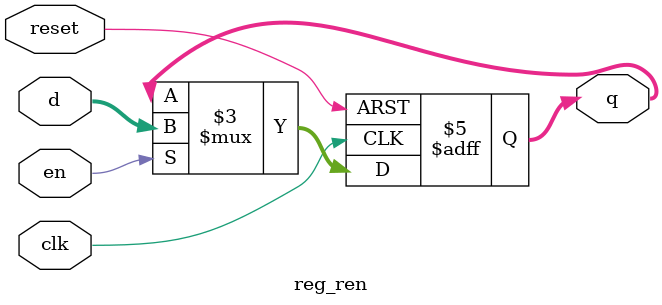
<source format=sv>

module reg_ren #(parameter N = 32)
(
	input logic clk, reset, en,
	input logic [N-1:0] d,
	output logic [N-1:0] q
);
	
	always_ff @(posedge clk, posedge reset)
		if (reset) q <= 0;
		else if (en) q <= d;
		else q <= q;
		
endmodule

</source>
